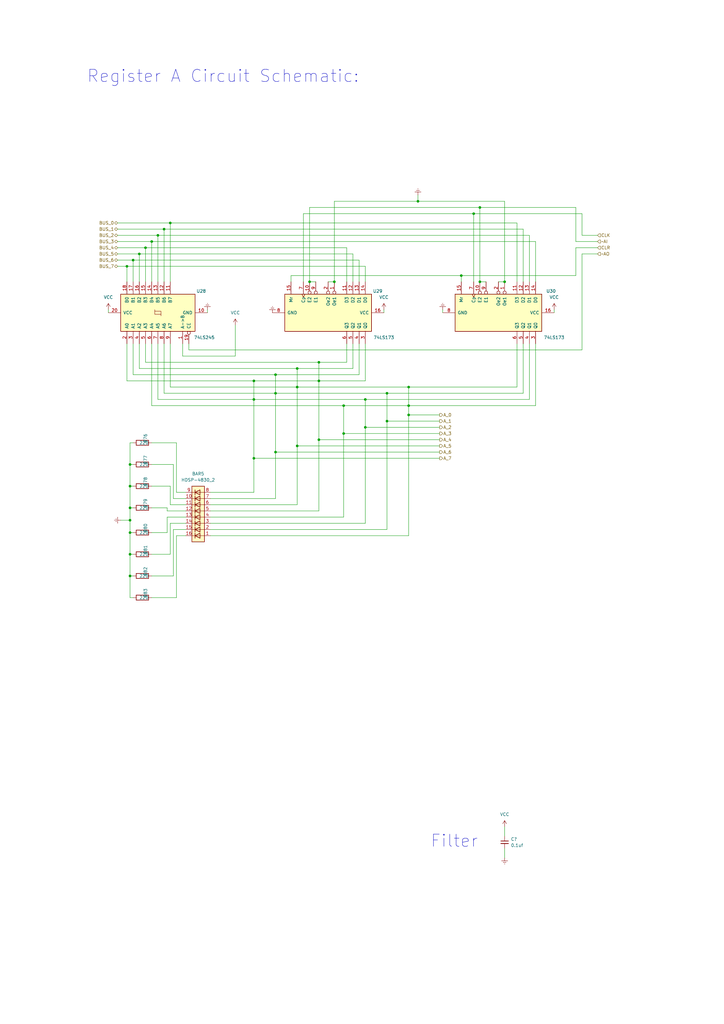
<source format=kicad_sch>
(kicad_sch (version 20211123) (generator eeschema)
  (paper "A3" portrait)
  (lib_symbols
    (symbol "74xx:74LS173" (pin_names (offset 1.016))
      (property "Reference" "U" (at -7.62 19.05 0))
      (property "Value" "74LS173" (at -7.62 -19.05 0))
      (symbol "74LS173_1_0"
        (pin input inverted (at -12.7 2.54 0) (length 5.08) (name "Oe1") (number "1"))
        (pin input inverted (at -12.7 -7.62 0) (length 5.08) (name "E2") (number "10"))
        (pin input line (at -12.7 7.62 0) (length 5.08) (name "D3") (number "11"))
        (pin input line (at -12.7 10.16 0) (length 5.08) (name "D2") (number "12"))
        (pin input line (at -12.7 12.7 0) (length 5.08) (name "D1") (number "13"))
        (pin input line (at -12.7 15.24 0) (length 5.08) (name "D0") (number "14"))
        (pin input line (at -12.7 -15.24 0) (length 5.08) (name "Mr") (number "15"))
        (pin power_in line (at 0 22.86 270) (length 5.08) (name "VCC") (number "16"))
        (pin input inverted (at -12.7 0 0) (length 5.08) (name "Oe2") (number "2"))
        (pin tri_state line (at 12.7 15.24 180) (length 5.08) (name "Q0") (number "3"))
        (pin tri_state line (at 12.7 12.7 180) (length 5.08) (name "Q1") (number "4"))
        (pin tri_state line (at 12.7 10.16 180) (length 5.08) (name "Q2") (number "5"))
        (pin tri_state line (at 12.7 7.62 180) (length 5.08) (name "Q3") (number "6"))
        (pin input clock (at -12.7 -10.16 0) (length 5.08) (name "Cp") (number "7"))
        (pin power_in line (at 0 -22.86 90) (length 5.08) (name "GND") (number "8"))
        (pin input inverted (at -12.7 -5.08 0) (length 5.08) (name "E1") (number "9"))
      )
      (symbol "74LS173_1_1"
        (rectangle (start -7.62 17.78) (end 7.62 -17.78) (stroke (width 0.254)) (fill (type background)))
      )
    )
    (symbol "74xx:74LS245" (pin_names (offset 1.016))
      (property "Reference" "U" (at -7.62 16.51 0))
      (property "Value" "74LS245" (at -7.62 -16.51 0))
      (symbol "74LS245_1_0"
        (polyline (pts (xy -0.635 -1.27) (xy -0.635 1.27) (xy 0.635 1.27)))
        (polyline (pts (xy -1.27 -1.27) (xy 0.635 -1.27) (xy 0.635 1.27) (xy 1.27 1.27)))
        (pin input line (at -12.7 -10.16 0) (length 5.08) (name "A->B") (number "1"))
        (pin power_in line (at 0 -20.32 90) (length 5.08) (name "GND") (number "10"))
        (pin tri_state line (at 12.7 -5.08 180) (length 5.08) (name "B7") (number "11"))
        (pin tri_state line (at 12.7 -2.54 180) (length 5.08) (name "B6") (number "12"))
        (pin tri_state line (at 12.7 0 180) (length 5.08) (name "B5") (number "13"))
        (pin tri_state line (at 12.7 2.54 180) (length 5.08) (name "B4") (number "14"))
        (pin tri_state line (at 12.7 5.08 180) (length 5.08) (name "B3") (number "15"))
        (pin tri_state line (at 12.7 7.62 180) (length 5.08) (name "B2") (number "16"))
        (pin tri_state line (at 12.7 10.16 180) (length 5.08) (name "B1") (number "17"))
        (pin tri_state line (at 12.7 12.7 180) (length 5.08) (name "B0") (number "18"))
        (pin input inverted (at -12.7 -12.7 0) (length 5.08) (name "CE") (number "19"))
        (pin tri_state line (at -12.7 12.7 0) (length 5.08) (name "A0") (number "2"))
        (pin power_in line (at 0 20.32 270) (length 5.08) (name "VCC") (number "20"))
        (pin tri_state line (at -12.7 10.16 0) (length 5.08) (name "A1") (number "3"))
        (pin tri_state line (at -12.7 7.62 0) (length 5.08) (name "A2") (number "4"))
        (pin tri_state line (at -12.7 5.08 0) (length 5.08) (name "A3") (number "5"))
        (pin tri_state line (at -12.7 2.54 0) (length 5.08) (name "A4") (number "6"))
        (pin tri_state line (at -12.7 0 0) (length 5.08) (name "A5") (number "7"))
        (pin tri_state line (at -12.7 -2.54 0) (length 5.08) (name "A6") (number "8"))
        (pin tri_state line (at -12.7 -5.08 0) (length 5.08) (name "A7") (number "9"))
      )
      (symbol "74LS245_1_1"
        (rectangle (start -7.62 15.24) (end 7.62 -15.24) (stroke (width 0.254)) (fill (type background)))
      )
    )
    (symbol "Device:C_Small" (pin_numbers hide) (pin_names (offset 0.254) hide)
      (property "Reference" "C" (at 0.254 1.778 0))
      (property "Value" "C_Small" (at 0.254 -2.032 0))
      (symbol "C_Small_0_1"
        (polyline (pts (xy -1.524 -0.508) (xy 1.524 -0.508)) (stroke (width 0.3302)))
        (polyline (pts (xy -1.524 0.508) (xy 1.524 0.508)) (stroke (width 0.3048)))
      )
      (symbol "C_Small_1_1"
        (pin passive line (at 0 2.54 270) (length 2.032) (name "~") (number "1"))
        (pin passive line (at 0 -2.54 90) (length 2.032) (name "~") (number "2"))
      )
    )
    (symbol "Device:R" (pin_numbers hide) (pin_names (offset 0))
      (property "Reference" "R" (at 2.032 0 90))
      (property "Value" "R" (at 0 0 90))
      (symbol "R_0_1"
        (rectangle (start -1.016 -2.54) (end 1.016 2.54) (stroke (width 0.254)))
      )
      (symbol "R_1_1"
        (pin passive line (at 0 3.81 270) (length 1.27) (name "~") (number "1"))
        (pin passive line (at 0 -3.81 90) (length 1.27) (name "~") (number "2"))
      )
    )
    (symbol "Earth_1" (power) (pin_names (offset 0))
      (symbol "Earth_1_0_1"
        (polyline (pts (xy -0.635 -1.905) (xy 0.635 -1.905)))
        (polyline (pts (xy -0.127 -2.54) (xy 0.127 -2.54)))
        (polyline (pts (xy 0 -1.27) (xy 0 0)))
        (polyline (pts (xy 1.27 -1.27) (xy -1.27 -1.27)))
      )
      (symbol "Earth_1_1_1"
        (pin power_in line (at 0 0 270) (length 0) hide (name "Earth") (number "1"))
      )
    )
    (symbol "LED:HDSP-4830_2" (pin_names (offset 1.016) hide)
      (property "Reference" "BAR5" (at 0 20.32 0))
      (property "Value" "HDSP-4830_2" (at 0 17.78 0))
      (symbol "HDSP-4830_2_0_1"
        (rectangle (start -2.54 12.7) (end 2.54 -10.16) (stroke (width 0.254)) (fill (type background)))
        (polyline (pts (xy -2.54 -7.62) (xy 2.54 -7.62)))
        (polyline (pts (xy -2.54 -5.08) (xy 2.54 -5.08)))
        (polyline (pts (xy -2.54 0) (xy 2.54 0)))
        (polyline (pts (xy -2.54 5.08) (xy 2.54 5.08)))
        (polyline (pts (xy -2.54 7.62) (xy 2.54 7.62)))
        (polyline (pts (xy -2.54 10.16) (xy 2.54 10.16)))
        (polyline (pts (xy 1.27 -6.604) (xy 1.27 -8.636)) (stroke (width 0.254)))
        (polyline (pts (xy 1.27 -4.064) (xy 1.27 -6.096)) (stroke (width 0.254)))
        (polyline (pts (xy 1.27 -1.524) (xy 1.27 -3.556)) (stroke (width 0.254)))
        (polyline (pts (xy 1.27 1.016) (xy 1.27 -1.016)) (stroke (width 0.254)))
        (polyline (pts (xy 1.27 3.556) (xy 1.27 1.524)) (stroke (width 0.254)))
        (polyline (pts (xy 1.27 6.096) (xy 1.27 4.064)) (stroke (width 0.254)))
        (polyline (pts (xy 1.27 8.636) (xy 1.27 6.604)) (stroke (width 0.254)))
        (polyline (pts (xy 1.27 11.176) (xy 1.27 9.144)) (stroke (width 0.254)))
        (polyline (pts (xy 2.54 -2.54) (xy -2.54 -2.54)))
        (polyline (pts (xy 2.54 2.54) (xy -2.54 2.54)))
        (polyline (pts (xy -0.762 -6.604) (xy -0.762 -8.636) (xy 1.27 -7.62) (xy -0.762 -6.604)) (stroke (width 0.254)))
        (polyline (pts (xy -0.762 -4.064) (xy -0.762 -6.096) (xy 1.27 -5.08) (xy -0.762 -4.064)) (stroke (width 0.254)))
        (polyline (pts (xy -0.762 -1.524) (xy -0.762 -3.556) (xy 1.27 -2.54) (xy -0.762 -1.524)) (stroke (width 0.254)))
        (polyline (pts (xy -0.762 1.016) (xy -0.762 -1.016) (xy 1.27 0) (xy -0.762 1.016)) (stroke (width 0.254)))
        (polyline (pts (xy -0.762 3.556) (xy -0.762 1.524) (xy 1.27 2.54) (xy -0.762 3.556)) (stroke (width 0.254)))
        (polyline (pts (xy -0.762 6.096) (xy -0.762 4.064) (xy 1.27 5.08) (xy -0.762 6.096)) (stroke (width 0.254)))
        (polyline (pts (xy -0.762 8.636) (xy -0.762 6.604) (xy 1.27 7.62) (xy -0.762 8.636)) (stroke (width 0.254)))
        (polyline (pts (xy -0.762 11.176) (xy -0.762 9.144) (xy 1.27 10.16) (xy -0.762 11.176)) (stroke (width 0.254)))
      )
      (symbol "HDSP-4830_2_1_1"
        (pin passive line (at -5.08 10.16 0) (length 2.54) (name "A") (number "1"))
        (pin passive line (at 5.08 -5.08 180) (length 2.54) (name "K") (number "10"))
        (pin passive line (at 5.08 -2.54 180) (length 2.54) (name "K") (number "11"))
        (pin passive line (at 5.08 0 180) (length 2.54) (name "K") (number "12"))
        (pin passive line (at 5.08 2.54 180) (length 2.54) (name "K") (number "13"))
        (pin passive line (at 5.08 5.08 180) (length 2.54) (name "K") (number "14"))
        (pin passive line (at 5.08 7.62 180) (length 2.54) (name "K") (number "15"))
        (pin passive line (at 5.08 10.16 180) (length 2.54) (name "K") (number "16"))
        (pin passive line (at -5.08 7.62 0) (length 2.54) (name "A") (number "2"))
        (pin passive line (at -5.08 5.08 0) (length 2.54) (name "A") (number "3"))
        (pin passive line (at -5.08 2.54 0) (length 2.54) (name "A") (number "4"))
        (pin passive line (at -5.08 0 0) (length 2.54) (name "A") (number "5"))
        (pin passive line (at -5.08 -2.54 0) (length 2.54) (name "A") (number "6"))
        (pin passive line (at -5.08 -5.08 0) (length 2.54) (name "A") (number "7"))
        (pin passive line (at -5.08 -7.62 0) (length 2.54) (name "A") (number "8"))
        (pin passive line (at 5.08 -7.62 180) (length 2.54) (name "K") (number "9"))
      )
    )
    (symbol "power:Earth" (power) (pin_names (offset 0))
      (symbol "Earth_0_1"
        (polyline (pts (xy -0.635 -1.905) (xy 0.635 -1.905)))
        (polyline (pts (xy -0.127 -2.54) (xy 0.127 -2.54)))
        (polyline (pts (xy 0 -1.27) (xy 0 0)))
        (polyline (pts (xy 1.27 -1.27) (xy -1.27 -1.27)))
      )
      (symbol "Earth_1_1"
        (pin power_in line (at 0 0 270) (length 0) hide (name "Earth") (number "1"))
      )
    )
    (symbol "power:VCC" (power) (pin_names (offset 0))
      (property "Value" "VCC" (at 0 3.81 0))
      (symbol "VCC_0_1"
        (polyline (pts (xy -0.762 1.27) (xy 0 2.54)))
        (polyline (pts (xy 0 0) (xy 0 2.54)))
        (polyline (pts (xy 0 2.54) (xy 0.762 1.27)))
      )
      (symbol "VCC_1_1"
        (pin power_in line (at 0 0 90) (length 0) hide (name "VCC") (number "1"))
      )
    )
  )
  (junction (at 149.86 163.83))
  (junction (at 167.64 170.18))
  (junction (at 121.92 182.88))
  (junction (at 53.34 208.28))
  (junction (at 53.34 236.22))
  (junction (at 104.14 156.21))
  (junction (at 104.14 163.83))
  (junction (at 130.81 180.34))
  (junction (at 53.34 227.33))
  (junction (at 113.03 185.42))
  (junction (at 167.64 166.37))
  (junction (at 167.64 158.75))
  (junction (at 53.34 218.44))
  (junction (at 59.69 101.6))
  (junction (at 113.03 161.29))
  (junction (at 67.31 93.98))
  (junction (at 52.07 109.22))
  (junction (at 104.14 187.96))
  (junction (at 194.31 87.63))
  (junction (at 53.34 213.36))
  (junction (at 127 115.57))
  (junction (at 140.97 166.37))
  (junction (at 207.01 115.57))
  (junction (at 53.34 190.5))
  (junction (at 196.85 115.57))
  (junction (at 130.81 156.21))
  (junction (at 69.85 91.44))
  (junction (at 121.92 158.75))
  (junction (at 113.03 153.67))
  (junction (at 189.23 113.03))
  (junction (at 171.45 82.55))
  (junction (at 64.77 96.52))
  (junction (at 196.85 85.09))
  (junction (at 130.81 148.59))
  (junction (at 158.75 172.72))
  (junction (at 121.92 151.13))
  (junction (at 158.75 161.29))
  (junction (at 140.97 177.8))
  (junction (at 54.61 106.68))
  (junction (at 62.23 99.06))
  (junction (at 57.15 104.14))
  (junction (at 149.86 175.26))
  (junction (at 137.16 115.57))
  (junction (at 53.34 199.39))
  (wire (pts (xy 53.34 236.22) (xy 53.34 227.33)))
  (wire (pts (xy 69.85 158.75) (xy 69.85 140.97)))
  (wire (pts (xy 69.85 91.44) (xy 212.09 91.44)))
  (wire (pts (xy 104.14 163.83) (xy 104.14 187.96)))
  (wire (pts (xy 53.34 245.11) (xy 53.34 236.22)))
  (wire (pts (xy 74.93 140.97) (xy 74.93 146.05)))
  (wire (pts (xy 48.26 91.44) (xy 69.85 91.44)))
  (wire (pts (xy 72.39 219.71) (xy 76.2 219.71)))
  (wire (pts (xy 121.92 151.13) (xy 57.15 151.13)))
  (wire (pts (xy 62.23 166.37) (xy 140.97 166.37)))
  (wire (pts (xy 57.15 115.57) (xy 57.15 104.14)))
  (wire (pts (xy 53.34 218.44) (xy 54.61 218.44)))
  (wire (pts (xy 64.77 96.52) (xy 217.17 96.52)))
  (wire (pts (xy 69.85 207.01) (xy 69.85 199.39)))
  (wire (pts (xy 130.81 180.34) (xy 180.34 180.34)))
  (wire (pts (xy 236.22 113.03) (xy 236.22 101.6)))
  (wire (pts (xy 134.62 115.57) (xy 137.16 115.57)))
  (wire (pts (xy 53.34 208.28) (xy 54.61 208.28)))
  (wire (pts (xy 121.92 182.88) (xy 180.34 182.88)))
  (wire (pts (xy 130.81 209.55) (xy 86.36 209.55)))
  (wire (pts (xy 171.45 80.01) (xy 171.45 82.55)))
  (wire (pts (xy 142.24 101.6) (xy 142.24 115.57)))
  (wire (pts (xy 149.86 156.21) (xy 130.81 156.21)))
  (wire (pts (xy 104.14 156.21) (xy 52.07 156.21)))
  (wire (pts (xy 44.45 127) (xy 44.45 128.27)))
  (wire (pts (xy 64.77 96.52) (xy 64.77 115.57)))
  (wire (pts (xy 236.22 85.09) (xy 236.22 99.06)))
  (wire (pts (xy 53.34 236.22) (xy 54.61 236.22)))
  (wire (pts (xy 77.47 143.51) (xy 238.76 143.51)))
  (wire (pts (xy 62.23 140.97) (xy 62.23 166.37)))
  (wire (pts (xy 69.85 115.57) (xy 69.85 91.44)))
  (wire (pts (xy 149.86 163.83) (xy 149.86 175.26)))
  (wire (pts (xy 96.52 146.05) (xy 96.52 133.35)))
  (wire (pts (xy 140.97 166.37) (xy 140.97 177.8)))
  (wire (pts (xy 147.32 106.68) (xy 147.32 115.57)))
  (wire (pts (xy 227.33 127) (xy 227.33 128.27)))
  (wire (pts (xy 167.64 219.71) (xy 86.36 219.71)))
  (wire (pts (xy 59.69 101.6) (xy 142.24 101.6)))
  (wire (pts (xy 113.03 153.67) (xy 54.61 153.67)))
  (wire (pts (xy 52.07 140.97) (xy 52.07 156.21)))
  (wire (pts (xy 121.92 207.01) (xy 86.36 207.01)))
  (wire (pts (xy 59.69 148.59) (xy 59.69 140.97)))
  (wire (pts (xy 62.23 245.11) (xy 72.39 245.11)))
  (wire (pts (xy 149.86 175.26) (xy 180.34 175.26)))
  (wire (pts (xy 140.97 212.09) (xy 86.36 212.09)))
  (wire (pts (xy 144.78 140.97) (xy 144.78 151.13)))
  (wire (pts (xy 67.31 140.97) (xy 67.31 161.29)))
  (wire (pts (xy 121.92 158.75) (xy 121.92 151.13)))
  (wire (pts (xy 104.14 187.96) (xy 104.14 201.93)))
  (wire (pts (xy 53.34 208.28) (xy 53.34 199.39)))
  (wire (pts (xy 113.03 185.42) (xy 113.03 204.47)))
  (wire (pts (xy 219.71 99.06) (xy 219.71 115.57)))
  (wire (pts (xy 76.2 201.93) (xy 72.39 201.93)))
  (wire (pts (xy 48.26 93.98) (xy 67.31 93.98)))
  (wire (pts (xy 68.58 209.55) (xy 68.58 208.28)))
  (wire (pts (xy 157.48 127) (xy 157.48 128.27)))
  (wire (pts (xy 68.58 212.09) (xy 68.58 218.44)))
  (wire (pts (xy 236.22 99.06) (xy 245.11 99.06)))
  (wire (pts (xy 212.09 115.57) (xy 212.09 91.44)))
  (wire (pts (xy 59.69 148.59) (xy 130.81 148.59)))
  (wire (pts (xy 167.64 170.18) (xy 180.34 170.18)))
  (wire (pts (xy 130.81 156.21) (xy 104.14 156.21)))
  (wire (pts (xy 171.45 82.55) (xy 207.01 82.55)))
  (wire (pts (xy 52.07 109.22) (xy 52.07 115.57)))
  (wire (pts (xy 167.64 166.37) (xy 219.71 166.37)))
  (wire (pts (xy 113.03 161.29) (xy 67.31 161.29)))
  (wire (pts (xy 76.2 204.47) (xy 71.12 204.47)))
  (wire (pts (xy 149.86 140.97) (xy 149.86 156.21)))
  (wire (pts (xy 130.81 180.34) (xy 130.81 156.21)))
  (wire (pts (xy 62.23 99.06) (xy 62.23 115.57)))
  (wire (pts (xy 217.17 96.52) (xy 217.17 115.57)))
  (wire (pts (xy 238.76 104.14) (xy 245.11 104.14)))
  (wire (pts (xy 219.71 166.37) (xy 219.71 140.97)))
  (wire (pts (xy 53.34 190.5) (xy 53.34 181.61)))
  (wire (pts (xy 149.86 175.26) (xy 149.86 214.63)))
  (wire (pts (xy 130.81 148.59) (xy 142.24 148.59)))
  (wire (pts (xy 53.34 199.39) (xy 53.34 190.5)))
  (wire (pts (xy 147.32 140.97) (xy 147.32 153.67)))
  (wire (pts (xy 71.12 204.47) (xy 71.12 190.5)))
  (wire (pts (xy 137.16 82.55) (xy 171.45 82.55)))
  (wire (pts (xy 204.47 115.57) (xy 207.01 115.57)))
  (wire (pts (xy 196.85 115.57) (xy 196.85 85.09)))
  (wire (pts (xy 76.2 207.01) (xy 69.85 207.01)))
  (wire (pts (xy 121.92 158.75) (xy 69.85 158.75)))
  (wire (pts (xy 189.23 113.03) (xy 189.23 115.57)))
  (wire (pts (xy 104.14 163.83) (xy 64.77 163.83)))
  (wire (pts (xy 147.32 153.67) (xy 113.03 153.67)))
  (wire (pts (xy 76.2 209.55) (xy 68.58 209.55)))
  (wire (pts (xy 196.85 85.09) (xy 236.22 85.09)))
  (wire (pts (xy 214.63 93.98) (xy 214.63 115.57)))
  (wire (pts (xy 130.81 156.21) (xy 130.81 148.59)))
  (wire (pts (xy 48.26 109.22) (xy 52.07 109.22)))
  (wire (pts (xy 129.54 115.57) (xy 127 115.57)))
  (wire (pts (xy 69.85 214.63) (xy 76.2 214.63)))
  (wire (pts (xy 121.92 182.88) (xy 121.92 207.01)))
  (wire (pts (xy 53.34 199.39) (xy 54.61 199.39)))
  (wire (pts (xy 62.23 99.06) (xy 219.71 99.06)))
  (wire (pts (xy 214.63 140.97) (xy 214.63 161.29)))
  (wire (pts (xy 71.12 190.5) (xy 62.23 190.5)))
  (wire (pts (xy 48.26 106.68) (xy 54.61 106.68)))
  (wire (pts (xy 68.58 208.28) (xy 62.23 208.28)))
  (wire (pts (xy 72.39 245.11) (xy 72.39 219.71)))
  (wire (pts (xy 158.75 161.29) (xy 113.03 161.29)))
  (wire (pts (xy 142.24 140.97) (xy 142.24 148.59)))
  (wire (pts (xy 194.31 87.63) (xy 194.31 115.57)))
  (wire (pts (xy 53.34 227.33) (xy 54.61 227.33)))
  (wire (pts (xy 53.34 213.36) (xy 53.34 208.28)))
  (wire (pts (xy 149.86 163.83) (xy 104.14 163.83)))
  (wire (pts (xy 144.78 151.13) (xy 121.92 151.13)))
  (wire (pts (xy 77.47 140.97) (xy 77.47 143.51)))
  (wire (pts (xy 53.34 218.44) (xy 53.34 213.36)))
  (wire (pts (xy 144.78 104.14) (xy 144.78 115.57)))
  (wire (pts (xy 140.97 166.37) (xy 167.64 166.37)))
  (wire (pts (xy 167.64 166.37) (xy 167.64 158.75)))
  (wire (pts (xy 59.69 101.6) (xy 59.69 115.57)))
  (wire (pts (xy 181.61 127) (xy 181.61 128.27)))
  (wire (pts (xy 207.01 347.98) (xy 207.01 351.79)))
  (wire (pts (xy 214.63 161.29) (xy 158.75 161.29)))
  (wire (pts (xy 62.23 236.22) (xy 71.12 236.22)))
  (wire (pts (xy 57.15 151.13) (xy 57.15 140.97)))
  (wire (pts (xy 196.85 115.57) (xy 199.39 115.57)))
  (wire (pts (xy 54.61 106.68) (xy 147.32 106.68)))
  (wire (pts (xy 149.86 214.63) (xy 86.36 214.63)))
  (wire (pts (xy 130.81 180.34) (xy 130.81 209.55)))
  (wire (pts (xy 127 85.09) (xy 196.85 85.09)))
  (wire (pts (xy 217.17 140.97) (xy 217.17 163.83)))
  (wire (pts (xy 158.75 172.72) (xy 158.75 217.17)))
  (wire (pts (xy 52.07 109.22) (xy 149.86 109.22)))
  (wire (pts (xy 48.26 104.14) (xy 57.15 104.14)))
  (wire (pts (xy 194.31 87.63) (xy 238.76 87.63)))
  (wire (pts (xy 119.38 113.03) (xy 189.23 113.03)))
  (wire (pts (xy 238.76 87.63) (xy 238.76 96.52)))
  (wire (pts (xy 149.86 109.22) (xy 149.86 115.57)))
  (wire (pts (xy 68.58 218.44) (xy 62.23 218.44)))
  (wire (pts (xy 48.26 96.52) (xy 64.77 96.52)))
  (wire (pts (xy 69.85 227.33) (xy 69.85 214.63)))
  (wire (pts (xy 53.34 213.36) (xy 49.53 213.36)))
  (wire (pts (xy 236.22 101.6) (xy 245.11 101.6)))
  (wire (pts (xy 238.76 104.14) (xy 238.76 143.51)))
  (wire (pts (xy 104.14 163.83) (xy 104.14 156.21)))
  (wire (pts (xy 158.75 217.17) (xy 86.36 217.17)))
  (wire (pts (xy 212.09 158.75) (xy 167.64 158.75)))
  (wire (pts (xy 238.76 96.52) (xy 245.11 96.52)))
  (wire (pts (xy 140.97 177.8) (xy 180.34 177.8)))
  (wire (pts (xy 158.75 161.29) (xy 158.75 172.72)))
  (wire (pts (xy 113.03 161.29) (xy 113.03 153.67)))
  (wire (pts (xy 72.39 201.93) (xy 72.39 181.61)))
  (wire (pts (xy 85.09 127) (xy 85.09 128.27)))
  (wire (pts (xy 53.34 227.33) (xy 53.34 218.44)))
  (wire (pts (xy 124.46 115.57) (xy 124.46 87.63)))
  (wire (pts (xy 67.31 93.98) (xy 214.63 93.98)))
  (wire (pts (xy 113.03 185.42) (xy 180.34 185.42)))
  (wire (pts (xy 217.17 163.83) (xy 149.86 163.83)))
  (wire (pts (xy 72.39 181.61) (xy 62.23 181.61)))
  (wire (pts (xy 71.12 236.22) (xy 71.12 217.17)))
  (wire (pts (xy 127 85.09) (xy 127 115.57)))
  (wire (pts (xy 158.75 172.72) (xy 180.34 172.72)))
  (wire (pts (xy 167.64 158.75) (xy 121.92 158.75)))
  (wire (pts (xy 167.64 170.18) (xy 167.64 219.71)))
  (wire (pts (xy 207.01 339.09) (xy 207.01 342.9)))
  (wire (pts (xy 62.23 227.33) (xy 69.85 227.33)))
  (wire (pts (xy 212.09 140.97) (xy 212.09 158.75)))
  (wire (pts (xy 54.61 245.11) (xy 53.34 245.11)))
  (wire (pts (xy 71.12 217.17) (xy 76.2 217.17)))
  (wire (pts (xy 54.61 106.68) (xy 54.61 115.57)))
  (wire (pts (xy 69.85 199.39) (xy 62.23 199.39)))
  (wire (pts (xy 137.16 115.57) (xy 137.16 82.55)))
  (wire (pts (xy 119.38 115.57) (xy 119.38 113.03)))
  (wire (pts (xy 48.26 99.06) (xy 62.23 99.06)))
  (wire (pts (xy 189.23 113.03) (xy 236.22 113.03)))
  (wire (pts (xy 124.46 87.63) (xy 194.31 87.63)))
  (wire (pts (xy 104.14 201.93) (xy 86.36 201.93)))
  (wire (pts (xy 54.61 153.67) (xy 54.61 140.97)))
  (wire (pts (xy 167.64 166.37) (xy 167.64 170.18)))
  (wire (pts (xy 140.97 177.8) (xy 140.97 212.09)))
  (wire (pts (xy 67.31 93.98) (xy 67.31 115.57)))
  (wire (pts (xy 121.92 158.75) (xy 121.92 182.88)))
  (wire (pts (xy 53.34 181.61) (xy 54.61 181.61)))
  (wire (pts (xy 207.01 82.55) (xy 207.01 115.57)))
  (wire (pts (xy 76.2 212.09) (xy 68.58 212.09)))
  (wire (pts (xy 64.77 140.97) (xy 64.77 163.83)))
  (wire (pts (xy 113.03 204.47) (xy 86.36 204.47)))
  (wire (pts (xy 48.26 101.6) (xy 59.69 101.6)))
  (wire (pts (xy 104.14 187.96) (xy 180.34 187.96)))
  (wire (pts (xy 53.34 190.5) (xy 54.61 190.5)))
  (wire (pts (xy 57.15 104.14) (xy 144.78 104.14)))
  (wire (pts (xy 113.03 161.29) (xy 113.03 185.42)))
  (wire (pts (xy 74.93 146.05) (xy 96.52 146.05)))
  (text "Register A Circuit Schematic:" (at 35.56 34.29 0) (effects (font (size 5 5)) (justify left bottom)))
  (text "Filter" (at 176.53 347.98 0) (effects (font (size 5 5)) (justify left bottom)))
  (hierarchical_label "A_5" (shape output) (at 180.34 182.88 0))
  (hierarchical_label "~AI" (shape input) (at 245.11 99.06 0))
  (hierarchical_label "A_3" (shape output) (at 180.34 177.8 0))
  (hierarchical_label "BUS_1" (shape bidirectional) (at 48.26 93.98 180))
  (hierarchical_label "BUS_0" (shape bidirectional) (at 48.26 91.44 180))
  (hierarchical_label "A_1" (shape output) (at 180.34 172.72 0))
  (hierarchical_label "BUS_6" (shape bidirectional) (at 48.26 106.68 180))
  (hierarchical_label "~AO" (shape input) (at 245.11 104.14 0))
  (hierarchical_label "A_0" (shape output) (at 180.34 170.18 0))
  (hierarchical_label "BUS_2" (shape bidirectional) (at 48.26 96.52 180))
  (hierarchical_label "BUS_3" (shape bidirectional) (at 48.26 99.06 180))
  (hierarchical_label "CLR" (shape input) (at 245.11 101.6 0))
  (hierarchical_label "CLK" (shape input) (at 245.11 96.52 0))
  (hierarchical_label "BUS_4" (shape bidirectional) (at 48.26 101.6 180))
  (hierarchical_label "A_2" (shape output) (at 180.34 175.26 0))
  (hierarchical_label "A_4" (shape output) (at 180.34 180.34 0))
  (hierarchical_label "A_7" (shape output) (at 180.34 187.96 0))
  (hierarchical_label "BUS_5" (shape bidirectional) (at 48.26 104.14 180))
  (hierarchical_label "A_6" (shape output) (at 180.34 185.42 0))
  (hierarchical_label "BUS_7" (shape bidirectional) (at 48.26 109.22 180))
  (symbol (lib_id "74xx:74LS245") (at 64.77 128.27 90) (unit 1)
    (property "Reference" "U28" (at 82.55 119.38 90))
    (property "Value" "74LS245" (at 83.82 138.43 90))
    (property "Footprint" "Package_DIP:DIP-20_W7.62mm" (effects hide))
    (property "Datasheet" "http://www.ti.com/lit/gpn/sn74LS245" (effects hide))
  )
  (symbol (lib_id "Device:R") (at 58.42 218.44 90) (unit 1)
    (property "Reference" "R80" (at 59.69 214.63 0) (effects (justify right)))
    (property "Value" "220" (at 57.15 218.44 90) (effects (justify right)))
    (property "Footprint" "Resistor_THT:R_Axial_DIN0204_L3.6mm_D1.6mm_P5.08mm_Horizontal" (effects hide))
  )
  (symbol (lib_id "Device:R") (at 58.42 190.5 90) (unit 1)
    (property "Reference" "R77" (at 59.69 186.69 0) (effects (justify right)))
    (property "Value" "220" (at 57.15 190.5 90) (effects (justify right)))
    (property "Footprint" "Resistor_THT:R_Axial_DIN0204_L3.6mm_D1.6mm_P5.08mm_Horizontal" (effects hide))
  )
  (symbol (lib_id "power:VCC") (at 44.45 127 0) (unit 1)
    (property "Reference" "#PWR086" (effects hide))
    (property "Value" "VCC" (at 44.45 121.92 0))
  )
  (symbol (lib_id "power:Earth") (at 181.61 127 180) (unit 1)
    (property "Reference" "#PWR093" (effects hide))
    (property "Value" "Earth" (effects hide))
  )
  (symbol (lib_id "Device:R") (at 58.42 208.28 90) (unit 1)
    (property "Reference" "R79" (at 59.69 204.47 0) (effects (justify right)))
    (property "Value" "220" (at 57.15 208.28 90) (effects (justify right)))
    (property "Footprint" "Resistor_THT:R_Axial_DIN0204_L3.6mm_D1.6mm_P5.08mm_Horizontal" (effects hide))
  )
  (symbol (lib_id "74xx:74LS173") (at 204.47 128.27 270) (unit 1)
    (property "Reference" "U30" (at 226.06 119.38 90))
    (property "Value" "74LS173" (at 227.33 138.43 90))
    (property "Footprint" "Package_DIP:DIP-16_W7.62mm" (effects hide))
    (property "Datasheet" "http://www.ti.com/lit/gpn/sn74LS173" (effects hide))
  )
  (symbol (lib_id "power:Earth") (at 49.53 213.36 270) (unit 1)
    (property "Reference" "#PWR087" (effects hide))
    (property "Value" "Earth" (effects hide))
  )
  (symbol (lib_name "Earth_1") (lib_id "power:Earth") (at 207.01 351.79 0) (unit 1)
    (property "Reference" "#PWR?" (effects hide))
    (property "Value" "Earth" (effects hide))
  )
  (symbol (lib_id "Device:R") (at 58.42 245.11 90) (unit 1)
    (property "Reference" "R83" (at 59.69 241.3 0) (effects (justify right)))
    (property "Value" "220" (at 57.15 245.11 90) (effects (justify right)))
    (property "Footprint" "Resistor_THT:R_Axial_DIN0204_L3.6mm_D1.6mm_P5.08mm_Horizontal" (effects hide))
  )
  (symbol (lib_id "power:VCC") (at 207.01 339.09 0) (unit 1)
    (property "Reference" "#PWR?" (effects hide))
    (property "Value" "VCC" (at 207.01 334.01 0))
  )
  (symbol (lib_id "Device:R") (at 58.42 227.33 90) (unit 1)
    (property "Reference" "R81" (at 59.69 223.52 0) (effects (justify right)))
    (property "Value" "220" (at 57.15 227.33 90) (effects (justify right)))
    (property "Footprint" "Resistor_THT:R_Axial_DIN0204_L3.6mm_D1.6mm_P5.08mm_Horizontal" (effects hide))
  )
  (symbol (lib_id "LED:HDSP-4830_2") (at 81.28 209.55 180) (unit 1)
    (property "Reference" "BAR5" (at 81.28 194.31 0))
    (property "Value" "HDSP-4830_2" (at 81.28 196.85 0))
    (property "Footprint" "8_Bit Computer:8_LED_BAR" (effects hide))
    (property "Datasheet" "https://docs.broadcom.com/docs/AV02-1798EN" (effects hide))
  )
  (symbol (lib_id "power:VCC") (at 227.33 127 0) (unit 1)
    (property "Reference" "#PWR096" (effects hide))
    (property "Value" "VCC" (at 227.33 121.92 0))
  )
  (symbol (lib_id "power:VCC") (at 96.52 133.35 0) (unit 1)
    (property "Reference" "#PWR089" (effects hide))
    (property "Value" "VCC" (at 96.52 128.27 0))
  )
  (symbol (lib_id "power:Earth") (at 171.45 80.01 180) (unit 1)
    (property "Reference" "#PWR092" (effects hide))
    (property "Value" "Earth" (effects hide))
  )
  (symbol (lib_id "74xx:74LS173") (at 134.62 128.27 270) (unit 1)
    (property "Reference" "U29" (at 154.94 119.38 90))
    (property "Value" "74LS173" (at 157.48 138.43 90))
    (property "Footprint" "Package_DIP:DIP-16_W7.62mm" (effects hide))
    (property "Datasheet" "http://www.ti.com/lit/gpn/sn74LS173" (effects hide))
  )
  (symbol (lib_id "Device:R") (at 58.42 236.22 90) (unit 1)
    (property "Reference" "R82" (at 59.69 232.41 0) (effects (justify right)))
    (property "Value" "220" (at 57.15 236.22 90) (effects (justify right)))
    (property "Footprint" "Resistor_THT:R_Axial_DIN0204_L3.6mm_D1.6mm_P5.08mm_Horizontal" (effects hide))
  )
  (symbol (lib_id "Device:R") (at 58.42 199.39 90) (unit 1)
    (property "Reference" "R78" (at 59.69 195.58 0) (effects (justify right)))
    (property "Value" "220" (at 57.15 199.39 90) (effects (justify right)))
    (property "Footprint" "Resistor_THT:R_Axial_DIN0204_L3.6mm_D1.6mm_P5.08mm_Horizontal" (effects hide))
  )
  (symbol (lib_id "power:Earth") (at 85.09 127 180) (unit 1)
    (property "Reference" "#PWR088" (effects hide))
    (property "Value" "Earth" (effects hide))
  )
  (symbol (lib_id "Device:R") (at 58.42 181.61 90) (unit 1)
    (property "Reference" "R76" (at 59.69 177.8 0) (effects (justify right)))
    (property "Value" "220" (at 57.15 181.61 90) (effects (justify right)))
    (property "Footprint" "Resistor_THT:R_Axial_DIN0204_L3.6mm_D1.6mm_P5.08mm_Horizontal" (effects hide))
  )
  (symbol (lib_id "power:VCC") (at 157.48 127 0) (unit 1)
    (property "Reference" "#PWR091" (effects hide))
    (property "Value" "VCC" (at 157.48 121.92 0))
  )
  (symbol (lib_id "power:Earth") (at 111.76 128.27 180) (unit 1)
    (property "Reference" "#PWR090" (effects hide))
    (property "Value" "Earth" (effects hide))
  )
  (symbol (lib_id "Device:C_Small") (at 207.01 345.44 0) (unit 1)
    (property "Reference" "C?" (at 209.55 344.1762 0) (effects (justify left)))
    (property "Value" "0.1uf" (at 209.55 346.7162 0) (effects (justify left)))
    (property "Footprint" "Capacitor_THT:C_Disc_D5.0mm_W2.5mm_P2.50mm" (effects hide))
  )
)
</source>
